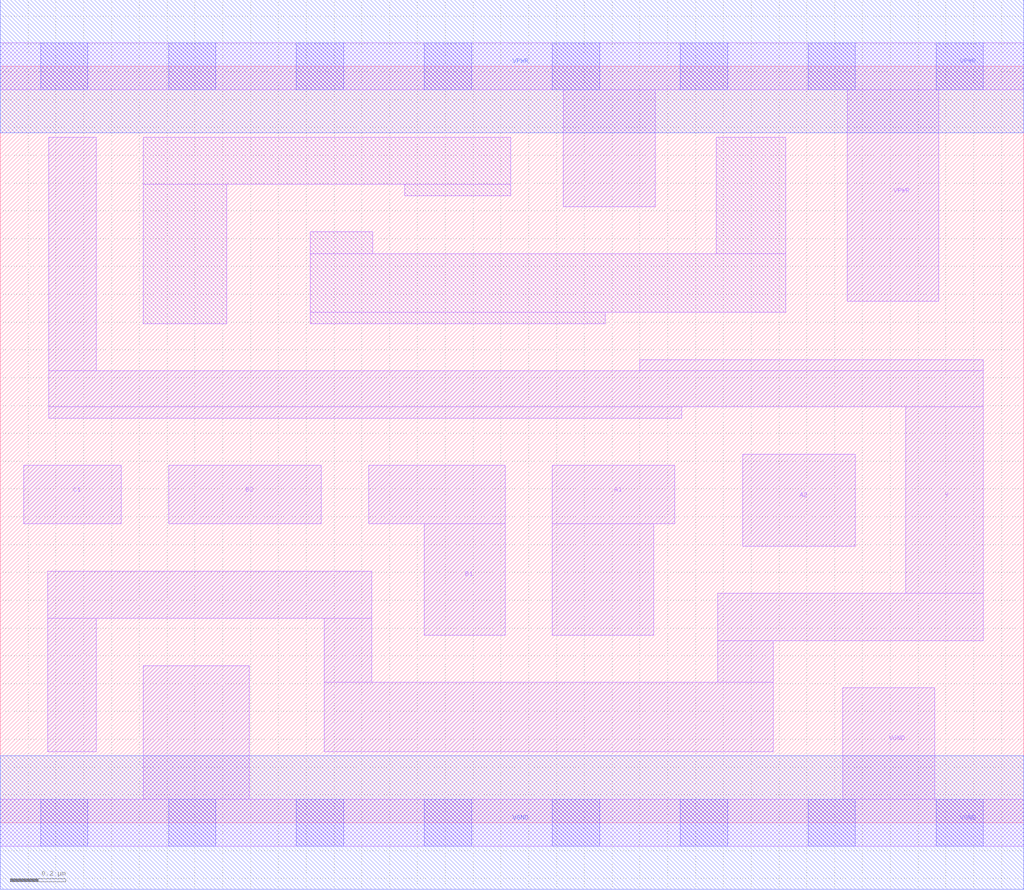
<source format=lef>
# Copyright 2020 The SkyWater PDK Authors
#
# Licensed under the Apache License, Version 2.0 (the "License");
# you may not use this file except in compliance with the License.
# You may obtain a copy of the License at
#
#     https://www.apache.org/licenses/LICENSE-2.0
#
# Unless required by applicable law or agreed to in writing, software
# distributed under the License is distributed on an "AS IS" BASIS,
# WITHOUT WARRANTIES OR CONDITIONS OF ANY KIND, either express or implied.
# See the License for the specific language governing permissions and
# limitations under the License.
#
# SPDX-License-Identifier: Apache-2.0

VERSION 5.7 ;
  NAMESCASESENSITIVE ON ;
  NOWIREEXTENSIONATPIN ON ;
  DIVIDERCHAR "/" ;
  BUSBITCHARS "[]" ;
UNITS
  DATABASE MICRONS 200 ;
END UNITS
PROPERTYDEFINITIONS
  MACRO maskLayoutSubType STRING ;
  MACRO prCellType STRING ;
  MACRO originalViewName STRING ;
END PROPERTYDEFINITIONS
MACRO sky130_fd_sc_hdll__a221oi_1
  CLASS CORE ;
  FOREIGN sky130_fd_sc_hdll__a221oi_1 ;
  ORIGIN  0.000000  0.000000 ;
  SIZE  3.680000 BY  2.720000 ;
  SYMMETRY X Y R90 ;
  SITE unithd ;
  PIN A1
    ANTENNAGATEAREA  0.277500 ;
    DIRECTION INPUT ;
    USE SIGNAL ;
    PORT
      LAYER li1 ;
        RECT 1.985000 0.675000 2.350000 1.075000 ;
        RECT 1.985000 1.075000 2.425000 1.285000 ;
    END
  END A1
  PIN A2
    ANTENNAGATEAREA  0.277500 ;
    DIRECTION INPUT ;
    USE SIGNAL ;
    PORT
      LAYER li1 ;
        RECT 2.670000 0.995000 3.075000 1.325000 ;
    END
  END A2
  PIN B1
    ANTENNAGATEAREA  0.277500 ;
    DIRECTION INPUT ;
    USE SIGNAL ;
    PORT
      LAYER li1 ;
        RECT 1.325000 1.075000 1.815000 1.285000 ;
        RECT 1.525000 0.675000 1.815000 1.075000 ;
    END
  END B1
  PIN B2
    ANTENNAGATEAREA  0.277500 ;
    DIRECTION INPUT ;
    USE SIGNAL ;
    PORT
      LAYER li1 ;
        RECT 0.605000 1.075000 1.155000 1.285000 ;
    END
  END B2
  PIN C1
    ANTENNAGATEAREA  0.277500 ;
    DIRECTION INPUT ;
    USE SIGNAL ;
    PORT
      LAYER li1 ;
        RECT 0.085000 1.075000 0.435000 1.285000 ;
    END
  END C1
  PIN VGND
    ANTENNADIFFAREA  0.432250 ;
    DIRECTION INOUT ;
    USE SIGNAL ;
    PORT
      LAYER li1 ;
        RECT 0.000000 -0.085000 3.680000 0.085000 ;
        RECT 0.515000  0.085000 0.895000 0.565000 ;
        RECT 3.030000  0.085000 3.360000 0.485000 ;
      LAYER mcon ;
        RECT 0.145000 -0.085000 0.315000 0.085000 ;
        RECT 0.605000 -0.085000 0.775000 0.085000 ;
        RECT 1.065000 -0.085000 1.235000 0.085000 ;
        RECT 1.525000 -0.085000 1.695000 0.085000 ;
        RECT 1.985000 -0.085000 2.155000 0.085000 ;
        RECT 2.445000 -0.085000 2.615000 0.085000 ;
        RECT 2.905000 -0.085000 3.075000 0.085000 ;
        RECT 3.365000 -0.085000 3.535000 0.085000 ;
      LAYER met1 ;
        RECT 0.000000 -0.240000 3.680000 0.240000 ;
    END
  END VGND
  PIN VPWR
    ANTENNADIFFAREA  0.560000 ;
    DIRECTION INOUT ;
    USE SIGNAL ;
    PORT
      LAYER li1 ;
        RECT 0.000000 2.635000 3.680000 2.805000 ;
        RECT 2.025000 2.215000 2.355000 2.635000 ;
        RECT 3.045000 1.875000 3.375000 2.635000 ;
      LAYER mcon ;
        RECT 0.145000 2.635000 0.315000 2.805000 ;
        RECT 0.605000 2.635000 0.775000 2.805000 ;
        RECT 1.065000 2.635000 1.235000 2.805000 ;
        RECT 1.525000 2.635000 1.695000 2.805000 ;
        RECT 1.985000 2.635000 2.155000 2.805000 ;
        RECT 2.445000 2.635000 2.615000 2.805000 ;
        RECT 2.905000 2.635000 3.075000 2.805000 ;
        RECT 3.365000 2.635000 3.535000 2.805000 ;
      LAYER met1 ;
        RECT 0.000000 2.480000 3.680000 2.960000 ;
    END
  END VPWR
  PIN Y
    ANTENNADIFFAREA  0.874500 ;
    DIRECTION OUTPUT ;
    USE SIGNAL ;
    PORT
      LAYER li1 ;
        RECT 0.170000 0.255000 0.345000 0.735000 ;
        RECT 0.170000 0.735000 1.335000 0.905000 ;
        RECT 0.175000 1.455000 2.450000 1.495000 ;
        RECT 0.175000 1.495000 3.535000 1.625000 ;
        RECT 0.175000 1.625000 0.345000 2.465000 ;
        RECT 1.165000 0.255000 2.780000 0.505000 ;
        RECT 1.165000 0.505000 1.335000 0.735000 ;
        RECT 2.300000 1.625000 3.535000 1.665000 ;
        RECT 2.580000 0.505000 2.780000 0.655000 ;
        RECT 2.580000 0.655000 3.535000 0.825000 ;
        RECT 3.255000 0.825000 3.535000 1.495000 ;
    END
  END Y
  OBS
    LAYER li1 ;
      RECT 0.515000 1.795000 0.815000 2.295000 ;
      RECT 0.515000 2.295000 1.835000 2.465000 ;
      RECT 1.115000 1.795000 2.175000 1.835000 ;
      RECT 1.115000 1.835000 2.825000 2.045000 ;
      RECT 1.115000 2.045000 1.340000 2.125000 ;
      RECT 1.455000 2.255000 1.835000 2.295000 ;
      RECT 2.575000 2.045000 2.825000 2.465000 ;
  END
  PROPERTY maskLayoutSubType "abstract" ;
  PROPERTY prCellType "standard" ;
  PROPERTY originalViewName "layout" ;
END sky130_fd_sc_hdll__a221oi_1

</source>
